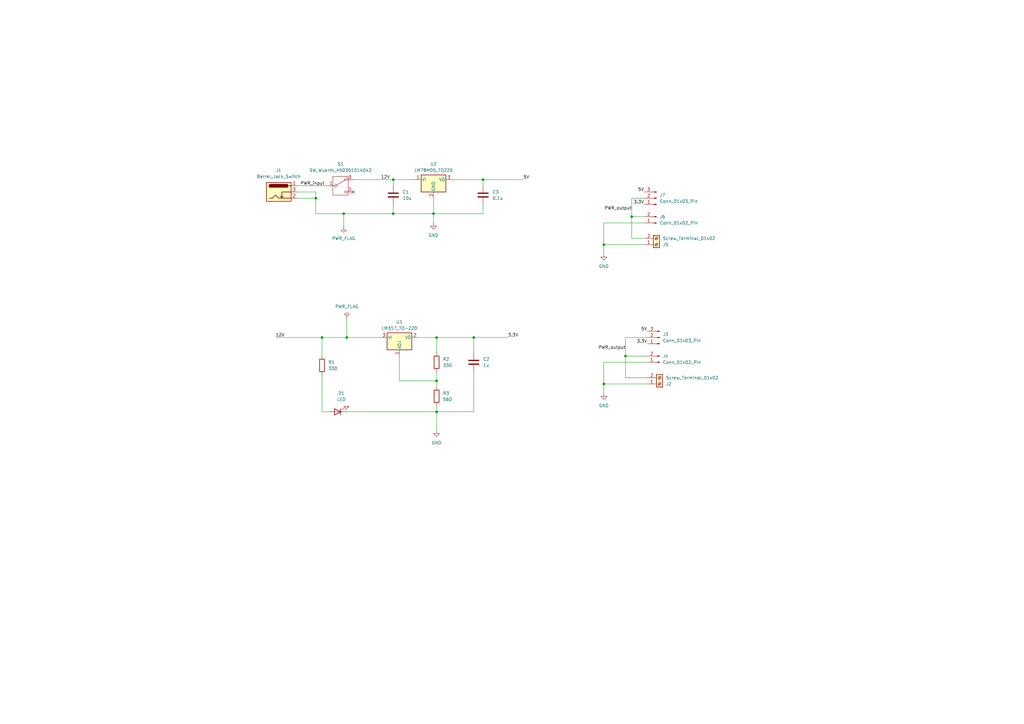
<source format=kicad_sch>
(kicad_sch
	(version 20250114)
	(generator "eeschema")
	(generator_version "9.0")
	(uuid "88b78c1b-18ec-4e24-847f-0fa80e947e23")
	(paper "A3")
	(lib_symbols
		(symbol "Connector:Barrel_Jack_Switch"
			(pin_names
				(hide yes)
			)
			(exclude_from_sim no)
			(in_bom yes)
			(on_board yes)
			(property "Reference" "J"
				(at 0 5.334 0)
				(effects
					(font
						(size 1.27 1.27)
					)
				)
			)
			(property "Value" "Barrel_Jack_Switch"
				(at 0 -5.08 0)
				(effects
					(font
						(size 1.27 1.27)
					)
				)
			)
			(property "Footprint" ""
				(at 1.27 -1.016 0)
				(effects
					(font
						(size 1.27 1.27)
					)
					(hide yes)
				)
			)
			(property "Datasheet" "~"
				(at 1.27 -1.016 0)
				(effects
					(font
						(size 1.27 1.27)
					)
					(hide yes)
				)
			)
			(property "Description" "DC Barrel Jack with an internal switch"
				(at 0 0 0)
				(effects
					(font
						(size 1.27 1.27)
					)
					(hide yes)
				)
			)
			(property "ki_keywords" "DC power barrel jack connector"
				(at 0 0 0)
				(effects
					(font
						(size 1.27 1.27)
					)
					(hide yes)
				)
			)
			(property "ki_fp_filters" "BarrelJack*"
				(at 0 0 0)
				(effects
					(font
						(size 1.27 1.27)
					)
					(hide yes)
				)
			)
			(symbol "Barrel_Jack_Switch_0_1"
				(rectangle
					(start -5.08 3.81)
					(end 5.08 -3.81)
					(stroke
						(width 0.254)
						(type default)
					)
					(fill
						(type background)
					)
				)
				(polyline
					(pts
						(xy -3.81 -2.54) (xy -2.54 -2.54) (xy -1.27 -1.27) (xy 0 -2.54) (xy 2.54 -2.54) (xy 5.08 -2.54)
					)
					(stroke
						(width 0.254)
						(type default)
					)
					(fill
						(type none)
					)
				)
				(arc
					(start -3.302 1.905)
					(mid -3.9343 2.54)
					(end -3.302 3.175)
					(stroke
						(width 0.254)
						(type default)
					)
					(fill
						(type none)
					)
				)
				(arc
					(start -3.302 1.905)
					(mid -3.9343 2.54)
					(end -3.302 3.175)
					(stroke
						(width 0.254)
						(type default)
					)
					(fill
						(type outline)
					)
				)
				(polyline
					(pts
						(xy 1.27 -2.286) (xy 1.905 -1.651)
					)
					(stroke
						(width 0.254)
						(type default)
					)
					(fill
						(type none)
					)
				)
				(rectangle
					(start 3.683 3.175)
					(end -3.302 1.905)
					(stroke
						(width 0.254)
						(type default)
					)
					(fill
						(type outline)
					)
				)
				(polyline
					(pts
						(xy 5.08 2.54) (xy 3.81 2.54)
					)
					(stroke
						(width 0.254)
						(type default)
					)
					(fill
						(type none)
					)
				)
				(polyline
					(pts
						(xy 5.08 0) (xy 1.27 0) (xy 1.27 -2.286) (xy 0.635 -1.651)
					)
					(stroke
						(width 0.254)
						(type default)
					)
					(fill
						(type none)
					)
				)
			)
			(symbol "Barrel_Jack_Switch_1_1"
				(pin passive line
					(at 7.62 2.54 180)
					(length 2.54)
					(name "~"
						(effects
							(font
								(size 1.27 1.27)
							)
						)
					)
					(number "1"
						(effects
							(font
								(size 1.27 1.27)
							)
						)
					)
				)
				(pin passive line
					(at 7.62 0 180)
					(length 2.54)
					(name "~"
						(effects
							(font
								(size 1.27 1.27)
							)
						)
					)
					(number "3"
						(effects
							(font
								(size 1.27 1.27)
							)
						)
					)
				)
				(pin passive line
					(at 7.62 -2.54 180)
					(length 2.54)
					(name "~"
						(effects
							(font
								(size 1.27 1.27)
							)
						)
					)
					(number "2"
						(effects
							(font
								(size 1.27 1.27)
							)
						)
					)
				)
			)
			(embedded_fonts no)
		)
		(symbol "Connector:Conn_01x02_Pin"
			(pin_names
				(offset 1.016)
				(hide yes)
			)
			(exclude_from_sim no)
			(in_bom yes)
			(on_board yes)
			(property "Reference" "J"
				(at 0 2.54 0)
				(effects
					(font
						(size 1.27 1.27)
					)
				)
			)
			(property "Value" "Conn_01x02_Pin"
				(at 0 -5.08 0)
				(effects
					(font
						(size 1.27 1.27)
					)
				)
			)
			(property "Footprint" ""
				(at 0 0 0)
				(effects
					(font
						(size 1.27 1.27)
					)
					(hide yes)
				)
			)
			(property "Datasheet" "~"
				(at 0 0 0)
				(effects
					(font
						(size 1.27 1.27)
					)
					(hide yes)
				)
			)
			(property "Description" "Generic connector, single row, 01x02, script generated"
				(at 0 0 0)
				(effects
					(font
						(size 1.27 1.27)
					)
					(hide yes)
				)
			)
			(property "ki_locked" ""
				(at 0 0 0)
				(effects
					(font
						(size 1.27 1.27)
					)
				)
			)
			(property "ki_keywords" "connector"
				(at 0 0 0)
				(effects
					(font
						(size 1.27 1.27)
					)
					(hide yes)
				)
			)
			(property "ki_fp_filters" "Connector*:*_1x??_*"
				(at 0 0 0)
				(effects
					(font
						(size 1.27 1.27)
					)
					(hide yes)
				)
			)
			(symbol "Conn_01x02_Pin_1_1"
				(rectangle
					(start 0.8636 0.127)
					(end 0 -0.127)
					(stroke
						(width 0.1524)
						(type default)
					)
					(fill
						(type outline)
					)
				)
				(rectangle
					(start 0.8636 -2.413)
					(end 0 -2.667)
					(stroke
						(width 0.1524)
						(type default)
					)
					(fill
						(type outline)
					)
				)
				(polyline
					(pts
						(xy 1.27 0) (xy 0.8636 0)
					)
					(stroke
						(width 0.1524)
						(type default)
					)
					(fill
						(type none)
					)
				)
				(polyline
					(pts
						(xy 1.27 -2.54) (xy 0.8636 -2.54)
					)
					(stroke
						(width 0.1524)
						(type default)
					)
					(fill
						(type none)
					)
				)
				(pin passive line
					(at 5.08 0 180)
					(length 3.81)
					(name "Pin_1"
						(effects
							(font
								(size 1.27 1.27)
							)
						)
					)
					(number "1"
						(effects
							(font
								(size 1.27 1.27)
							)
						)
					)
				)
				(pin passive line
					(at 5.08 -2.54 180)
					(length 3.81)
					(name "Pin_2"
						(effects
							(font
								(size 1.27 1.27)
							)
						)
					)
					(number "2"
						(effects
							(font
								(size 1.27 1.27)
							)
						)
					)
				)
			)
			(embedded_fonts no)
		)
		(symbol "Connector:Conn_01x03_Pin"
			(pin_names
				(offset 1.016)
				(hide yes)
			)
			(exclude_from_sim no)
			(in_bom yes)
			(on_board yes)
			(property "Reference" "J"
				(at 0 5.08 0)
				(effects
					(font
						(size 1.27 1.27)
					)
				)
			)
			(property "Value" "Conn_01x03_Pin"
				(at 0 -5.08 0)
				(effects
					(font
						(size 1.27 1.27)
					)
				)
			)
			(property "Footprint" ""
				(at 0 0 0)
				(effects
					(font
						(size 1.27 1.27)
					)
					(hide yes)
				)
			)
			(property "Datasheet" "~"
				(at 0 0 0)
				(effects
					(font
						(size 1.27 1.27)
					)
					(hide yes)
				)
			)
			(property "Description" "Generic connector, single row, 01x03, script generated"
				(at 0 0 0)
				(effects
					(font
						(size 1.27 1.27)
					)
					(hide yes)
				)
			)
			(property "ki_locked" ""
				(at 0 0 0)
				(effects
					(font
						(size 1.27 1.27)
					)
				)
			)
			(property "ki_keywords" "connector"
				(at 0 0 0)
				(effects
					(font
						(size 1.27 1.27)
					)
					(hide yes)
				)
			)
			(property "ki_fp_filters" "Connector*:*_1x??_*"
				(at 0 0 0)
				(effects
					(font
						(size 1.27 1.27)
					)
					(hide yes)
				)
			)
			(symbol "Conn_01x03_Pin_1_1"
				(rectangle
					(start 0.8636 2.667)
					(end 0 2.413)
					(stroke
						(width 0.1524)
						(type default)
					)
					(fill
						(type outline)
					)
				)
				(rectangle
					(start 0.8636 0.127)
					(end 0 -0.127)
					(stroke
						(width 0.1524)
						(type default)
					)
					(fill
						(type outline)
					)
				)
				(rectangle
					(start 0.8636 -2.413)
					(end 0 -2.667)
					(stroke
						(width 0.1524)
						(type default)
					)
					(fill
						(type outline)
					)
				)
				(polyline
					(pts
						(xy 1.27 2.54) (xy 0.8636 2.54)
					)
					(stroke
						(width 0.1524)
						(type default)
					)
					(fill
						(type none)
					)
				)
				(polyline
					(pts
						(xy 1.27 0) (xy 0.8636 0)
					)
					(stroke
						(width 0.1524)
						(type default)
					)
					(fill
						(type none)
					)
				)
				(polyline
					(pts
						(xy 1.27 -2.54) (xy 0.8636 -2.54)
					)
					(stroke
						(width 0.1524)
						(type default)
					)
					(fill
						(type none)
					)
				)
				(pin passive line
					(at 5.08 2.54 180)
					(length 3.81)
					(name "Pin_1"
						(effects
							(font
								(size 1.27 1.27)
							)
						)
					)
					(number "1"
						(effects
							(font
								(size 1.27 1.27)
							)
						)
					)
				)
				(pin passive line
					(at 5.08 0 180)
					(length 3.81)
					(name "Pin_2"
						(effects
							(font
								(size 1.27 1.27)
							)
						)
					)
					(number "2"
						(effects
							(font
								(size 1.27 1.27)
							)
						)
					)
				)
				(pin passive line
					(at 5.08 -2.54 180)
					(length 3.81)
					(name "Pin_3"
						(effects
							(font
								(size 1.27 1.27)
							)
						)
					)
					(number "3"
						(effects
							(font
								(size 1.27 1.27)
							)
						)
					)
				)
			)
			(embedded_fonts no)
		)
		(symbol "Connector:Screw_Terminal_01x02"
			(pin_names
				(offset 1.016)
				(hide yes)
			)
			(exclude_from_sim no)
			(in_bom yes)
			(on_board yes)
			(property "Reference" "J"
				(at 0 2.54 0)
				(effects
					(font
						(size 1.27 1.27)
					)
				)
			)
			(property "Value" "Screw_Terminal_01x02"
				(at 0 -5.08 0)
				(effects
					(font
						(size 1.27 1.27)
					)
				)
			)
			(property "Footprint" ""
				(at 0 0 0)
				(effects
					(font
						(size 1.27 1.27)
					)
					(hide yes)
				)
			)
			(property "Datasheet" "~"
				(at 0 0 0)
				(effects
					(font
						(size 1.27 1.27)
					)
					(hide yes)
				)
			)
			(property "Description" "Generic screw terminal, single row, 01x02, script generated (kicad-library-utils/schlib/autogen/connector/)"
				(at 0 0 0)
				(effects
					(font
						(size 1.27 1.27)
					)
					(hide yes)
				)
			)
			(property "ki_keywords" "screw terminal"
				(at 0 0 0)
				(effects
					(font
						(size 1.27 1.27)
					)
					(hide yes)
				)
			)
			(property "ki_fp_filters" "TerminalBlock*:*"
				(at 0 0 0)
				(effects
					(font
						(size 1.27 1.27)
					)
					(hide yes)
				)
			)
			(symbol "Screw_Terminal_01x02_1_1"
				(rectangle
					(start -1.27 1.27)
					(end 1.27 -3.81)
					(stroke
						(width 0.254)
						(type default)
					)
					(fill
						(type background)
					)
				)
				(polyline
					(pts
						(xy -0.5334 0.3302) (xy 0.3302 -0.508)
					)
					(stroke
						(width 0.1524)
						(type default)
					)
					(fill
						(type none)
					)
				)
				(polyline
					(pts
						(xy -0.5334 -2.2098) (xy 0.3302 -3.048)
					)
					(stroke
						(width 0.1524)
						(type default)
					)
					(fill
						(type none)
					)
				)
				(polyline
					(pts
						(xy -0.3556 0.508) (xy 0.508 -0.3302)
					)
					(stroke
						(width 0.1524)
						(type default)
					)
					(fill
						(type none)
					)
				)
				(polyline
					(pts
						(xy -0.3556 -2.032) (xy 0.508 -2.8702)
					)
					(stroke
						(width 0.1524)
						(type default)
					)
					(fill
						(type none)
					)
				)
				(circle
					(center 0 0)
					(radius 0.635)
					(stroke
						(width 0.1524)
						(type default)
					)
					(fill
						(type none)
					)
				)
				(circle
					(center 0 -2.54)
					(radius 0.635)
					(stroke
						(width 0.1524)
						(type default)
					)
					(fill
						(type none)
					)
				)
				(pin passive line
					(at -5.08 0 0)
					(length 3.81)
					(name "Pin_1"
						(effects
							(font
								(size 1.27 1.27)
							)
						)
					)
					(number "1"
						(effects
							(font
								(size 1.27 1.27)
							)
						)
					)
				)
				(pin passive line
					(at -5.08 -2.54 0)
					(length 3.81)
					(name "Pin_2"
						(effects
							(font
								(size 1.27 1.27)
							)
						)
					)
					(number "2"
						(effects
							(font
								(size 1.27 1.27)
							)
						)
					)
				)
			)
			(embedded_fonts no)
		)
		(symbol "Device:C"
			(pin_numbers
				(hide yes)
			)
			(pin_names
				(offset 0.254)
			)
			(exclude_from_sim no)
			(in_bom yes)
			(on_board yes)
			(property "Reference" "C"
				(at 0.635 2.54 0)
				(effects
					(font
						(size 1.27 1.27)
					)
					(justify left)
				)
			)
			(property "Value" "C"
				(at 0.635 -2.54 0)
				(effects
					(font
						(size 1.27 1.27)
					)
					(justify left)
				)
			)
			(property "Footprint" ""
				(at 0.9652 -3.81 0)
				(effects
					(font
						(size 1.27 1.27)
					)
					(hide yes)
				)
			)
			(property "Datasheet" "~"
				(at 0 0 0)
				(effects
					(font
						(size 1.27 1.27)
					)
					(hide yes)
				)
			)
			(property "Description" "Unpolarized capacitor"
				(at 0 0 0)
				(effects
					(font
						(size 1.27 1.27)
					)
					(hide yes)
				)
			)
			(property "ki_keywords" "cap capacitor"
				(at 0 0 0)
				(effects
					(font
						(size 1.27 1.27)
					)
					(hide yes)
				)
			)
			(property "ki_fp_filters" "C_*"
				(at 0 0 0)
				(effects
					(font
						(size 1.27 1.27)
					)
					(hide yes)
				)
			)
			(symbol "C_0_1"
				(polyline
					(pts
						(xy -2.032 0.762) (xy 2.032 0.762)
					)
					(stroke
						(width 0.508)
						(type default)
					)
					(fill
						(type none)
					)
				)
				(polyline
					(pts
						(xy -2.032 -0.762) (xy 2.032 -0.762)
					)
					(stroke
						(width 0.508)
						(type default)
					)
					(fill
						(type none)
					)
				)
			)
			(symbol "C_1_1"
				(pin passive line
					(at 0 3.81 270)
					(length 2.794)
					(name "~"
						(effects
							(font
								(size 1.27 1.27)
							)
						)
					)
					(number "1"
						(effects
							(font
								(size 1.27 1.27)
							)
						)
					)
				)
				(pin passive line
					(at 0 -3.81 90)
					(length 2.794)
					(name "~"
						(effects
							(font
								(size 1.27 1.27)
							)
						)
					)
					(number "2"
						(effects
							(font
								(size 1.27 1.27)
							)
						)
					)
				)
			)
			(embedded_fonts no)
		)
		(symbol "Device:LED"
			(pin_numbers
				(hide yes)
			)
			(pin_names
				(offset 1.016)
				(hide yes)
			)
			(exclude_from_sim no)
			(in_bom yes)
			(on_board yes)
			(property "Reference" "D"
				(at 0 2.54 0)
				(effects
					(font
						(size 1.27 1.27)
					)
				)
			)
			(property "Value" "LED"
				(at 0 -2.54 0)
				(effects
					(font
						(size 1.27 1.27)
					)
				)
			)
			(property "Footprint" ""
				(at 0 0 0)
				(effects
					(font
						(size 1.27 1.27)
					)
					(hide yes)
				)
			)
			(property "Datasheet" "~"
				(at 0 0 0)
				(effects
					(font
						(size 1.27 1.27)
					)
					(hide yes)
				)
			)
			(property "Description" "Light emitting diode"
				(at 0 0 0)
				(effects
					(font
						(size 1.27 1.27)
					)
					(hide yes)
				)
			)
			(property "Sim.Pins" "1=K 2=A"
				(at 0 0 0)
				(effects
					(font
						(size 1.27 1.27)
					)
					(hide yes)
				)
			)
			(property "ki_keywords" "LED diode"
				(at 0 0 0)
				(effects
					(font
						(size 1.27 1.27)
					)
					(hide yes)
				)
			)
			(property "ki_fp_filters" "LED* LED_SMD:* LED_THT:*"
				(at 0 0 0)
				(effects
					(font
						(size 1.27 1.27)
					)
					(hide yes)
				)
			)
			(symbol "LED_0_1"
				(polyline
					(pts
						(xy -3.048 -0.762) (xy -4.572 -2.286) (xy -3.81 -2.286) (xy -4.572 -2.286) (xy -4.572 -1.524)
					)
					(stroke
						(width 0)
						(type default)
					)
					(fill
						(type none)
					)
				)
				(polyline
					(pts
						(xy -1.778 -0.762) (xy -3.302 -2.286) (xy -2.54 -2.286) (xy -3.302 -2.286) (xy -3.302 -1.524)
					)
					(stroke
						(width 0)
						(type default)
					)
					(fill
						(type none)
					)
				)
				(polyline
					(pts
						(xy -1.27 0) (xy 1.27 0)
					)
					(stroke
						(width 0)
						(type default)
					)
					(fill
						(type none)
					)
				)
				(polyline
					(pts
						(xy -1.27 -1.27) (xy -1.27 1.27)
					)
					(stroke
						(width 0.254)
						(type default)
					)
					(fill
						(type none)
					)
				)
				(polyline
					(pts
						(xy 1.27 -1.27) (xy 1.27 1.27) (xy -1.27 0) (xy 1.27 -1.27)
					)
					(stroke
						(width 0.254)
						(type default)
					)
					(fill
						(type none)
					)
				)
			)
			(symbol "LED_1_1"
				(pin passive line
					(at -3.81 0 0)
					(length 2.54)
					(name "K"
						(effects
							(font
								(size 1.27 1.27)
							)
						)
					)
					(number "1"
						(effects
							(font
								(size 1.27 1.27)
							)
						)
					)
				)
				(pin passive line
					(at 3.81 0 180)
					(length 2.54)
					(name "A"
						(effects
							(font
								(size 1.27 1.27)
							)
						)
					)
					(number "2"
						(effects
							(font
								(size 1.27 1.27)
							)
						)
					)
				)
			)
			(embedded_fonts no)
		)
		(symbol "Device:R"
			(pin_numbers
				(hide yes)
			)
			(pin_names
				(offset 0)
			)
			(exclude_from_sim no)
			(in_bom yes)
			(on_board yes)
			(property "Reference" "R"
				(at 2.032 0 90)
				(effects
					(font
						(size 1.27 1.27)
					)
				)
			)
			(property "Value" "R"
				(at 0 0 90)
				(effects
					(font
						(size 1.27 1.27)
					)
				)
			)
			(property "Footprint" ""
				(at -1.778 0 90)
				(effects
					(font
						(size 1.27 1.27)
					)
					(hide yes)
				)
			)
			(property "Datasheet" "~"
				(at 0 0 0)
				(effects
					(font
						(size 1.27 1.27)
					)
					(hide yes)
				)
			)
			(property "Description" "Resistor"
				(at 0 0 0)
				(effects
					(font
						(size 1.27 1.27)
					)
					(hide yes)
				)
			)
			(property "ki_keywords" "R res resistor"
				(at 0 0 0)
				(effects
					(font
						(size 1.27 1.27)
					)
					(hide yes)
				)
			)
			(property "ki_fp_filters" "R_*"
				(at 0 0 0)
				(effects
					(font
						(size 1.27 1.27)
					)
					(hide yes)
				)
			)
			(symbol "R_0_1"
				(rectangle
					(start -1.016 -2.54)
					(end 1.016 2.54)
					(stroke
						(width 0.254)
						(type default)
					)
					(fill
						(type none)
					)
				)
			)
			(symbol "R_1_1"
				(pin passive line
					(at 0 3.81 270)
					(length 1.27)
					(name "~"
						(effects
							(font
								(size 1.27 1.27)
							)
						)
					)
					(number "1"
						(effects
							(font
								(size 1.27 1.27)
							)
						)
					)
				)
				(pin passive line
					(at 0 -3.81 90)
					(length 1.27)
					(name "~"
						(effects
							(font
								(size 1.27 1.27)
							)
						)
					)
					(number "2"
						(effects
							(font
								(size 1.27 1.27)
							)
						)
					)
				)
			)
			(embedded_fonts no)
		)
		(symbol "Regulator_Linear:LM317_TO-220"
			(pin_names
				(offset 0.254)
			)
			(exclude_from_sim no)
			(in_bom yes)
			(on_board yes)
			(property "Reference" "U"
				(at -3.81 3.175 0)
				(effects
					(font
						(size 1.27 1.27)
					)
				)
			)
			(property "Value" "LM317_TO-220"
				(at 0 3.175 0)
				(effects
					(font
						(size 1.27 1.27)
					)
					(justify left)
				)
			)
			(property "Footprint" "Package_TO_SOT_THT:TO-220-3_Vertical"
				(at 0 6.35 0)
				(effects
					(font
						(size 1.27 1.27)
						(italic yes)
					)
					(hide yes)
				)
			)
			(property "Datasheet" "http://www.ti.com/lit/ds/symlink/lm317.pdf"
				(at 0 0 0)
				(effects
					(font
						(size 1.27 1.27)
					)
					(hide yes)
				)
			)
			(property "Description" "1.5A 35V Adjustable Linear Regulator, TO-220"
				(at 0 0 0)
				(effects
					(font
						(size 1.27 1.27)
					)
					(hide yes)
				)
			)
			(property "ki_keywords" "Adjustable Voltage Regulator 1A Positive"
				(at 0 0 0)
				(effects
					(font
						(size 1.27 1.27)
					)
					(hide yes)
				)
			)
			(property "ki_fp_filters" "TO?220*"
				(at 0 0 0)
				(effects
					(font
						(size 1.27 1.27)
					)
					(hide yes)
				)
			)
			(symbol "LM317_TO-220_0_1"
				(rectangle
					(start -5.08 1.905)
					(end 5.08 -5.08)
					(stroke
						(width 0.254)
						(type default)
					)
					(fill
						(type background)
					)
				)
			)
			(symbol "LM317_TO-220_1_1"
				(pin power_in line
					(at -7.62 0 0)
					(length 2.54)
					(name "VI"
						(effects
							(font
								(size 1.27 1.27)
							)
						)
					)
					(number "3"
						(effects
							(font
								(size 1.27 1.27)
							)
						)
					)
				)
				(pin input line
					(at 0 -7.62 90)
					(length 2.54)
					(name "ADJ"
						(effects
							(font
								(size 1.27 1.27)
							)
						)
					)
					(number "1"
						(effects
							(font
								(size 1.27 1.27)
							)
						)
					)
				)
				(pin power_out line
					(at 7.62 0 180)
					(length 2.54)
					(name "VO"
						(effects
							(font
								(size 1.27 1.27)
							)
						)
					)
					(number "2"
						(effects
							(font
								(size 1.27 1.27)
							)
						)
					)
				)
			)
			(embedded_fonts no)
		)
		(symbol "Regulator_Linear:LM78M05_TO220"
			(pin_names
				(offset 0.254)
			)
			(exclude_from_sim no)
			(in_bom yes)
			(on_board yes)
			(property "Reference" "U"
				(at -3.81 3.175 0)
				(effects
					(font
						(size 1.27 1.27)
					)
				)
			)
			(property "Value" "LM78M05_TO220"
				(at 0 3.175 0)
				(effects
					(font
						(size 1.27 1.27)
					)
					(justify left)
				)
			)
			(property "Footprint" "Package_TO_SOT_THT:TO-220-3_Vertical"
				(at 0 5.715 0)
				(effects
					(font
						(size 1.27 1.27)
						(italic yes)
					)
					(hide yes)
				)
			)
			(property "Datasheet" "https://www.onsemi.com/pub/Collateral/MC78M00-D.PDF"
				(at 0 -1.27 0)
				(effects
					(font
						(size 1.27 1.27)
					)
					(hide yes)
				)
			)
			(property "Description" "Positive 500mA 35V Linear Regulator, Fixed Output 5V, TO-220"
				(at 0 0 0)
				(effects
					(font
						(size 1.27 1.27)
					)
					(hide yes)
				)
			)
			(property "ki_keywords" "Voltage Regulator 500mA Positive"
				(at 0 0 0)
				(effects
					(font
						(size 1.27 1.27)
					)
					(hide yes)
				)
			)
			(property "ki_fp_filters" "TO?220*"
				(at 0 0 0)
				(effects
					(font
						(size 1.27 1.27)
					)
					(hide yes)
				)
			)
			(symbol "LM78M05_TO220_0_1"
				(rectangle
					(start -5.08 1.905)
					(end 5.08 -5.08)
					(stroke
						(width 0.254)
						(type default)
					)
					(fill
						(type background)
					)
				)
			)
			(symbol "LM78M05_TO220_1_1"
				(pin power_in line
					(at -7.62 0 0)
					(length 2.54)
					(name "VI"
						(effects
							(font
								(size 1.27 1.27)
							)
						)
					)
					(number "1"
						(effects
							(font
								(size 1.27 1.27)
							)
						)
					)
				)
				(pin power_in line
					(at 0 -7.62 90)
					(length 2.54)
					(name "GND"
						(effects
							(font
								(size 1.27 1.27)
							)
						)
					)
					(number "2"
						(effects
							(font
								(size 1.27 1.27)
							)
						)
					)
				)
				(pin power_out line
					(at 7.62 0 180)
					(length 2.54)
					(name "VO"
						(effects
							(font
								(size 1.27 1.27)
							)
						)
					)
					(number "3"
						(effects
							(font
								(size 1.27 1.27)
							)
						)
					)
				)
			)
			(embedded_fonts no)
		)
		(symbol "Switch:SW_Wuerth_450301014042"
			(pin_names
				(offset 1)
				(hide yes)
			)
			(exclude_from_sim no)
			(in_bom yes)
			(on_board yes)
			(property "Reference" "S1"
				(at 0 8.89 0)
				(effects
					(font
						(size 1.27 1.27)
					)
				)
			)
			(property "Value" "SW_Wuerth_450301014042"
				(at 0 6.35 0)
				(effects
					(font
						(size 1.27 1.27)
					)
				)
			)
			(property "Footprint" "Button_Switch_THT:SW_Slide-03_Wuerth-WS-SLTV_10x2.5x6.4_P2.54mm"
				(at 0 -10.16 0)
				(effects
					(font
						(size 1.27 1.27)
					)
					(hide yes)
				)
			)
			(property "Datasheet" "https://www.we-online.com/components/products/datasheet/450301014042.pdf"
				(at 0 -7.62 0)
				(effects
					(font
						(size 1.27 1.27)
					)
					(hide yes)
				)
			)
			(property "Description" "Switch slide, single pole double throw"
				(at 0 0 0)
				(effects
					(font
						(size 1.27 1.27)
					)
					(hide yes)
				)
			)
			(property "ki_keywords" "changeover single-pole opposite-side-connection double-throw spdt ON-ON"
				(at 0 0 0)
				(effects
					(font
						(size 1.27 1.27)
					)
					(hide yes)
				)
			)
			(property "ki_fp_filters" "SW*Wuerth*WS*SLTV*10x2.5x6.4*P2.54mm*"
				(at 0 0 0)
				(effects
					(font
						(size 1.27 1.27)
					)
					(hide yes)
				)
			)
			(symbol "SW_Wuerth_450301014042_0_1"
				(circle
					(center -2.032 0)
					(radius 0.4572)
					(stroke
						(width 0)
						(type default)
					)
					(fill
						(type none)
					)
				)
				(polyline
					(pts
						(xy -1.651 0.254) (xy 1.651 2.286)
					)
					(stroke
						(width 0)
						(type default)
					)
					(fill
						(type none)
					)
				)
				(circle
					(center 2.032 2.54)
					(radius 0.4572)
					(stroke
						(width 0)
						(type default)
					)
					(fill
						(type none)
					)
				)
				(circle
					(center 2.032 -2.54)
					(radius 0.4572)
					(stroke
						(width 0)
						(type default)
					)
					(fill
						(type none)
					)
				)
			)
			(symbol "SW_Wuerth_450301014042_1_1"
				(rectangle
					(start -3.175 3.81)
					(end 3.175 -3.81)
					(stroke
						(width 0)
						(type solid)
					)
					(fill
						(type none)
					)
				)
				(pin passive line
					(at -5.08 0 0)
					(length 2.54)
					(name "B"
						(effects
							(font
								(size 1.27 1.27)
							)
						)
					)
					(number "1"
						(effects
							(font
								(size 1.27 1.27)
							)
						)
					)
				)
				(pin passive line
					(at 5.08 2.54 180)
					(length 2.54)
					(name "A"
						(effects
							(font
								(size 1.27 1.27)
							)
						)
					)
					(number "3"
						(effects
							(font
								(size 1.27 1.27)
							)
						)
					)
				)
				(pin passive line
					(at 5.08 -2.54 180)
					(length 2.54)
					(name "C"
						(effects
							(font
								(size 1.27 1.27)
							)
						)
					)
					(number "2"
						(effects
							(font
								(size 1.27 1.27)
							)
						)
					)
				)
			)
			(embedded_fonts no)
		)
		(symbol "power:GND"
			(power)
			(pin_numbers
				(hide yes)
			)
			(pin_names
				(offset 0)
				(hide yes)
			)
			(exclude_from_sim no)
			(in_bom yes)
			(on_board yes)
			(property "Reference" "#PWR"
				(at 0 -6.35 0)
				(effects
					(font
						(size 1.27 1.27)
					)
					(hide yes)
				)
			)
			(property "Value" "GND"
				(at 0 -3.81 0)
				(effects
					(font
						(size 1.27 1.27)
					)
				)
			)
			(property "Footprint" ""
				(at 0 0 0)
				(effects
					(font
						(size 1.27 1.27)
					)
					(hide yes)
				)
			)
			(property "Datasheet" ""
				(at 0 0 0)
				(effects
					(font
						(size 1.27 1.27)
					)
					(hide yes)
				)
			)
			(property "Description" "Power symbol creates a global label with name \"GND\" , ground"
				(at 0 0 0)
				(effects
					(font
						(size 1.27 1.27)
					)
					(hide yes)
				)
			)
			(property "ki_keywords" "global power"
				(at 0 0 0)
				(effects
					(font
						(size 1.27 1.27)
					)
					(hide yes)
				)
			)
			(symbol "GND_0_1"
				(polyline
					(pts
						(xy 0 0) (xy 0 -1.27) (xy 1.27 -1.27) (xy 0 -2.54) (xy -1.27 -1.27) (xy 0 -1.27)
					)
					(stroke
						(width 0)
						(type default)
					)
					(fill
						(type none)
					)
				)
			)
			(symbol "GND_1_1"
				(pin power_in line
					(at 0 0 270)
					(length 0)
					(name "~"
						(effects
							(font
								(size 1.27 1.27)
							)
						)
					)
					(number "1"
						(effects
							(font
								(size 1.27 1.27)
							)
						)
					)
				)
			)
			(embedded_fonts no)
		)
		(symbol "power:PWR_FLAG"
			(power)
			(pin_numbers
				(hide yes)
			)
			(pin_names
				(offset 0)
				(hide yes)
			)
			(exclude_from_sim no)
			(in_bom yes)
			(on_board yes)
			(property "Reference" "#FLG"
				(at 0 1.905 0)
				(effects
					(font
						(size 1.27 1.27)
					)
					(hide yes)
				)
			)
			(property "Value" "PWR_FLAG"
				(at 0 3.81 0)
				(effects
					(font
						(size 1.27 1.27)
					)
				)
			)
			(property "Footprint" ""
				(at 0 0 0)
				(effects
					(font
						(size 1.27 1.27)
					)
					(hide yes)
				)
			)
			(property "Datasheet" "~"
				(at 0 0 0)
				(effects
					(font
						(size 1.27 1.27)
					)
					(hide yes)
				)
			)
			(property "Description" "Special symbol for telling ERC where power comes from"
				(at 0 0 0)
				(effects
					(font
						(size 1.27 1.27)
					)
					(hide yes)
				)
			)
			(property "ki_keywords" "flag power"
				(at 0 0 0)
				(effects
					(font
						(size 1.27 1.27)
					)
					(hide yes)
				)
			)
			(symbol "PWR_FLAG_0_0"
				(pin power_out line
					(at 0 0 90)
					(length 0)
					(name "~"
						(effects
							(font
								(size 1.27 1.27)
							)
						)
					)
					(number "1"
						(effects
							(font
								(size 1.27 1.27)
							)
						)
					)
				)
			)
			(symbol "PWR_FLAG_0_1"
				(polyline
					(pts
						(xy 0 0) (xy 0 1.27) (xy -1.016 1.905) (xy 0 2.54) (xy 1.016 1.905) (xy 0 1.27)
					)
					(stroke
						(width 0)
						(type default)
					)
					(fill
						(type none)
					)
				)
			)
			(embedded_fonts no)
		)
	)
	(junction
		(at 259.08 88.9)
		(diameter 0)
		(color 0 0 0 0)
		(uuid "01597d8a-ab21-4f95-aa1e-5ae7ccc97e08")
	)
	(junction
		(at 247.65 157.48)
		(diameter 0)
		(color 0 0 0 0)
		(uuid "08e97fd3-4154-49ed-b065-404706c6fea3")
	)
	(junction
		(at 179.07 168.91)
		(diameter 0)
		(color 0 0 0 0)
		(uuid "13b9c6b7-2cd2-492e-8947-908ff6f5d75f")
	)
	(junction
		(at 179.07 138.43)
		(diameter 0)
		(color 0 0 0 0)
		(uuid "1f1fc868-b0ca-45f4-a80c-c7d42df03b1e")
	)
	(junction
		(at 161.29 73.66)
		(diameter 0)
		(color 0 0 0 0)
		(uuid "47fac070-f7c3-4b06-9e86-ce4112aab041")
	)
	(junction
		(at 132.08 138.43)
		(diameter 0)
		(color 0 0 0 0)
		(uuid "556b50db-cfb8-4854-8309-f7540adc2ee0")
	)
	(junction
		(at 161.29 87.63)
		(diameter 0)
		(color 0 0 0 0)
		(uuid "5f1a372a-1e2f-47d8-8136-ce386e1b7020")
	)
	(junction
		(at 177.8 87.63)
		(diameter 0)
		(color 0 0 0 0)
		(uuid "6ceacae8-2850-4382-81fd-4f8c99630800")
	)
	(junction
		(at 140.97 87.63)
		(diameter 0)
		(color 0 0 0 0)
		(uuid "75b3f88e-1c52-4f2a-b4bd-e5a242233180")
	)
	(junction
		(at 198.12 73.66)
		(diameter 0)
		(color 0 0 0 0)
		(uuid "9e9d71dd-32d3-4123-99ad-b7af4413fa77")
	)
	(junction
		(at 194.31 138.43)
		(diameter 0)
		(color 0 0 0 0)
		(uuid "b06bf552-cec7-4b60-86f9-4a092738c2bf")
	)
	(junction
		(at 129.54 81.28)
		(diameter 0)
		(color 0 0 0 0)
		(uuid "d39dd062-13e1-43bb-b8a7-d5c05c907667")
	)
	(junction
		(at 179.07 156.21)
		(diameter 0)
		(color 0 0 0 0)
		(uuid "dc6b9a7e-7d69-4cb0-9e5c-fa0ec2741764")
	)
	(junction
		(at 142.24 138.43)
		(diameter 0)
		(color 0 0 0 0)
		(uuid "e3bb27fd-f5a9-4ad8-9ae2-76d7dead70a0")
	)
	(junction
		(at 247.65 100.33)
		(diameter 0)
		(color 0 0 0 0)
		(uuid "e95193b5-3cee-45b8-8314-c49e3c5eede9")
	)
	(junction
		(at 256.54 146.05)
		(diameter 0)
		(color 0 0 0 0)
		(uuid "fafb8242-ac91-449e-893e-35a24b14e00f")
	)
	(no_connect
		(at 144.78 78.74)
		(uuid "78c51855-7113-458d-a655-7b95a1b77434")
	)
	(wire
		(pts
			(xy 259.08 97.79) (xy 264.16 97.79)
		)
		(stroke
			(width 0)
			(type default)
		)
		(uuid "00c04282-f37e-4f1f-9a0b-133d702b2a84")
	)
	(wire
		(pts
			(xy 265.43 138.43) (xy 256.54 138.43)
		)
		(stroke
			(width 0)
			(type default)
		)
		(uuid "01b11d52-c406-4868-9e43-d8fc7a277560")
	)
	(wire
		(pts
			(xy 161.29 73.66) (xy 161.29 76.2)
		)
		(stroke
			(width 0)
			(type default)
		)
		(uuid "01c5c7d4-8bed-4328-abe7-cd5c223a846b")
	)
	(wire
		(pts
			(xy 247.65 100.33) (xy 247.65 104.14)
		)
		(stroke
			(width 0)
			(type default)
		)
		(uuid "02884aa9-52de-4717-91b8-19821e3e3113")
	)
	(wire
		(pts
			(xy 129.54 81.28) (xy 129.54 87.63)
		)
		(stroke
			(width 0)
			(type default)
		)
		(uuid "0dac4c8e-4b25-47cb-b8fb-c442c9c8cc63")
	)
	(wire
		(pts
			(xy 256.54 154.94) (xy 265.43 154.94)
		)
		(stroke
			(width 0)
			(type default)
		)
		(uuid "1e4c9907-3130-4cfe-ba3f-fb41cb241747")
	)
	(wire
		(pts
			(xy 264.16 91.44) (xy 247.65 91.44)
		)
		(stroke
			(width 0)
			(type default)
		)
		(uuid "20c97bed-68dd-47f5-988a-38c6c6ecd860")
	)
	(wire
		(pts
			(xy 163.83 146.05) (xy 163.83 156.21)
		)
		(stroke
			(width 0)
			(type default)
		)
		(uuid "247ad983-6a76-4d8c-afb6-3f95bedceead")
	)
	(wire
		(pts
			(xy 177.8 81.28) (xy 177.8 87.63)
		)
		(stroke
			(width 0)
			(type default)
		)
		(uuid "259e6f1d-e0b6-41c1-9d04-34ea951178ab")
	)
	(wire
		(pts
			(xy 194.31 138.43) (xy 194.31 144.78)
		)
		(stroke
			(width 0)
			(type default)
		)
		(uuid "26beee6d-f9bc-4754-aab6-816ea5ac412e")
	)
	(wire
		(pts
			(xy 264.16 100.33) (xy 247.65 100.33)
		)
		(stroke
			(width 0)
			(type default)
		)
		(uuid "31c5ad1b-5914-4aba-84f3-3ae552b7240b")
	)
	(wire
		(pts
			(xy 247.65 91.44) (xy 247.65 100.33)
		)
		(stroke
			(width 0)
			(type default)
		)
		(uuid "31f593d4-8b81-4b9e-a3d3-5400b6a7fea7")
	)
	(wire
		(pts
			(xy 177.8 87.63) (xy 177.8 91.44)
		)
		(stroke
			(width 0)
			(type default)
		)
		(uuid "3b518506-e8cd-41e0-8cb1-9c1b4dbd8fa4")
	)
	(wire
		(pts
			(xy 185.42 73.66) (xy 198.12 73.66)
		)
		(stroke
			(width 0)
			(type default)
		)
		(uuid "3dead139-24e7-49d0-9703-98358c849e45")
	)
	(wire
		(pts
			(xy 247.65 157.48) (xy 265.43 157.48)
		)
		(stroke
			(width 0)
			(type default)
		)
		(uuid "45b295f4-8c35-4f4c-9ad5-33592adae2d5")
	)
	(wire
		(pts
			(xy 194.31 168.91) (xy 179.07 168.91)
		)
		(stroke
			(width 0)
			(type default)
		)
		(uuid "4b4a6209-0cd4-44e6-837a-e54ad7200fe5")
	)
	(wire
		(pts
			(xy 265.43 148.59) (xy 247.65 148.59)
		)
		(stroke
			(width 0)
			(type default)
		)
		(uuid "5dda534b-4a25-4ee1-8efc-02e9251e7bbe")
	)
	(wire
		(pts
			(xy 144.78 73.66) (xy 161.29 73.66)
		)
		(stroke
			(width 0)
			(type default)
		)
		(uuid "61a6949a-eff9-48e4-a94c-bd93ff3efcfc")
	)
	(wire
		(pts
			(xy 142.24 168.91) (xy 179.07 168.91)
		)
		(stroke
			(width 0)
			(type default)
		)
		(uuid "62a7ff03-a806-43b7-b029-6e8e6857fb8b")
	)
	(wire
		(pts
			(xy 179.07 156.21) (xy 179.07 158.75)
		)
		(stroke
			(width 0)
			(type default)
		)
		(uuid "6471deda-b238-4e40-bd50-c99ff97e600f")
	)
	(wire
		(pts
			(xy 198.12 83.82) (xy 198.12 87.63)
		)
		(stroke
			(width 0)
			(type default)
		)
		(uuid "65899a55-cb47-445f-991d-0bcc374d2957")
	)
	(wire
		(pts
			(xy 142.24 130.81) (xy 142.24 138.43)
		)
		(stroke
			(width 0)
			(type default)
		)
		(uuid "72a04140-0a5b-4ec1-bf43-efb9e45314ba")
	)
	(wire
		(pts
			(xy 198.12 87.63) (xy 177.8 87.63)
		)
		(stroke
			(width 0)
			(type default)
		)
		(uuid "78b2c53f-b153-459c-9679-772920ab5c46")
	)
	(wire
		(pts
			(xy 113.03 138.43) (xy 132.08 138.43)
		)
		(stroke
			(width 0)
			(type default)
		)
		(uuid "84c489a3-c46a-4a11-8b77-2a69e45debd0")
	)
	(wire
		(pts
			(xy 179.07 168.91) (xy 179.07 166.37)
		)
		(stroke
			(width 0)
			(type default)
		)
		(uuid "84cf997a-2c2d-43fd-ad56-94c3788ae5a5")
	)
	(wire
		(pts
			(xy 179.07 168.91) (xy 179.07 176.53)
		)
		(stroke
			(width 0)
			(type default)
		)
		(uuid "89879fe4-26cb-4632-961f-f91d9bcc4c3e")
	)
	(wire
		(pts
			(xy 247.65 161.29) (xy 247.65 157.48)
		)
		(stroke
			(width 0)
			(type default)
		)
		(uuid "8adc25d1-b5e8-4ac9-bb8f-7ba0d373bd9f")
	)
	(wire
		(pts
			(xy 171.45 138.43) (xy 179.07 138.43)
		)
		(stroke
			(width 0)
			(type default)
		)
		(uuid "8cf6a7a8-612d-4ba6-8a11-d63f498cac6c")
	)
	(wire
		(pts
			(xy 256.54 138.43) (xy 256.54 146.05)
		)
		(stroke
			(width 0)
			(type default)
		)
		(uuid "90bab62d-ae01-48a8-9a75-06afb332fde3")
	)
	(wire
		(pts
			(xy 194.31 152.4) (xy 194.31 168.91)
		)
		(stroke
			(width 0)
			(type default)
		)
		(uuid "923cf62d-f160-4bcd-8a90-702ed1ffaccc")
	)
	(wire
		(pts
			(xy 264.16 81.28) (xy 259.08 81.28)
		)
		(stroke
			(width 0)
			(type default)
		)
		(uuid "997652cd-f1d0-41f5-b512-474259f2a07a")
	)
	(wire
		(pts
			(xy 198.12 73.66) (xy 198.12 76.2)
		)
		(stroke
			(width 0)
			(type default)
		)
		(uuid "a0037f84-11c5-432d-bd4d-3d287ae2ac88")
	)
	(wire
		(pts
			(xy 179.07 152.4) (xy 179.07 156.21)
		)
		(stroke
			(width 0)
			(type default)
		)
		(uuid "a6e21118-9742-4503-a568-efa0998d51e2")
	)
	(wire
		(pts
			(xy 161.29 83.82) (xy 161.29 87.63)
		)
		(stroke
			(width 0)
			(type default)
		)
		(uuid "a8cdb9cc-5c88-422c-ba97-efd0f8011371")
	)
	(wire
		(pts
			(xy 259.08 88.9) (xy 259.08 97.79)
		)
		(stroke
			(width 0)
			(type default)
		)
		(uuid "aaf604a0-e7df-4eea-8881-7055300ffb15")
	)
	(wire
		(pts
			(xy 194.31 138.43) (xy 208.28 138.43)
		)
		(stroke
			(width 0)
			(type default)
		)
		(uuid "ad82548a-384e-4b19-8aad-8d07cc0b23a9")
	)
	(wire
		(pts
			(xy 132.08 146.05) (xy 132.08 138.43)
		)
		(stroke
			(width 0)
			(type default)
		)
		(uuid "b78e5343-a730-45dd-a835-8dc0de9c7b41")
	)
	(wire
		(pts
			(xy 132.08 153.67) (xy 132.08 168.91)
		)
		(stroke
			(width 0)
			(type default)
		)
		(uuid "b8c72459-7f39-49c0-b597-c4c1e8eeb204")
	)
	(wire
		(pts
			(xy 129.54 78.74) (xy 129.54 81.28)
		)
		(stroke
			(width 0)
			(type default)
		)
		(uuid "b9bcda0d-6fcb-4754-b363-91e70374f53e")
	)
	(wire
		(pts
			(xy 179.07 138.43) (xy 179.07 144.78)
		)
		(stroke
			(width 0)
			(type default)
		)
		(uuid "bdd4da6d-2430-44ac-a961-4fbf062f610a")
	)
	(wire
		(pts
			(xy 140.97 87.63) (xy 140.97 92.71)
		)
		(stroke
			(width 0)
			(type default)
		)
		(uuid "c72802e6-bc59-40bc-b012-519e239dc279")
	)
	(wire
		(pts
			(xy 161.29 87.63) (xy 177.8 87.63)
		)
		(stroke
			(width 0)
			(type default)
		)
		(uuid "c7bb0a67-91dc-422e-adb8-bc28b876f293")
	)
	(wire
		(pts
			(xy 121.92 76.2) (xy 134.62 76.2)
		)
		(stroke
			(width 0)
			(type default)
		)
		(uuid "c8c15d8a-7120-45ab-a7ca-feb616bea28f")
	)
	(wire
		(pts
			(xy 129.54 87.63) (xy 140.97 87.63)
		)
		(stroke
			(width 0)
			(type default)
		)
		(uuid "ccecc7a6-436f-437a-96a7-0548b8dee983")
	)
	(wire
		(pts
			(xy 142.24 138.43) (xy 156.21 138.43)
		)
		(stroke
			(width 0)
			(type default)
		)
		(uuid "ce6edfd5-841e-4a36-8485-429c5b32151f")
	)
	(wire
		(pts
			(xy 256.54 146.05) (xy 265.43 146.05)
		)
		(stroke
			(width 0)
			(type default)
		)
		(uuid "d0517f58-bd76-4a41-bf7c-8ce6fa3f4be1")
	)
	(wire
		(pts
			(xy 132.08 168.91) (xy 134.62 168.91)
		)
		(stroke
			(width 0)
			(type default)
		)
		(uuid "d0eebda6-91b5-43d9-98b7-2a08a6f39a15")
	)
	(wire
		(pts
			(xy 121.92 78.74) (xy 129.54 78.74)
		)
		(stroke
			(width 0)
			(type default)
		)
		(uuid "d24dee9f-978b-4f7b-91b0-1b4cfbab7a97")
	)
	(wire
		(pts
			(xy 256.54 146.05) (xy 256.54 154.94)
		)
		(stroke
			(width 0)
			(type default)
		)
		(uuid "d5303bd7-4180-4283-9934-b7ed39b89b44")
	)
	(wire
		(pts
			(xy 179.07 138.43) (xy 194.31 138.43)
		)
		(stroke
			(width 0)
			(type default)
		)
		(uuid "d7bf2bba-d659-4fe2-9bbd-47e76874baf2")
	)
	(wire
		(pts
			(xy 140.97 87.63) (xy 161.29 87.63)
		)
		(stroke
			(width 0)
			(type default)
		)
		(uuid "da77bac6-247b-4caf-8ef4-d4cdf755276f")
	)
	(wire
		(pts
			(xy 161.29 73.66) (xy 170.18 73.66)
		)
		(stroke
			(width 0)
			(type default)
		)
		(uuid "daeaa060-ea34-47c6-b334-b5e7e9dbee3d")
	)
	(wire
		(pts
			(xy 198.12 73.66) (xy 214.63 73.66)
		)
		(stroke
			(width 0)
			(type default)
		)
		(uuid "dbdfc353-b6bf-46b4-89a2-774cd6e67b68")
	)
	(wire
		(pts
			(xy 132.08 138.43) (xy 142.24 138.43)
		)
		(stroke
			(width 0)
			(type default)
		)
		(uuid "ea6f11d5-c04c-42a2-9a10-032065850394")
	)
	(wire
		(pts
			(xy 259.08 81.28) (xy 259.08 88.9)
		)
		(stroke
			(width 0)
			(type default)
		)
		(uuid "ebd8dfa1-cbe4-44f5-a014-057e9200f1a0")
	)
	(wire
		(pts
			(xy 163.83 156.21) (xy 179.07 156.21)
		)
		(stroke
			(width 0)
			(type default)
		)
		(uuid "ed131204-860e-413c-af3c-0696ee3bf795")
	)
	(wire
		(pts
			(xy 247.65 148.59) (xy 247.65 157.48)
		)
		(stroke
			(width 0)
			(type default)
		)
		(uuid "efa503d6-d07e-4c65-ab53-f43f42da8c43")
	)
	(wire
		(pts
			(xy 121.92 81.28) (xy 129.54 81.28)
		)
		(stroke
			(width 0)
			(type default)
		)
		(uuid "f2bda7f7-6ab9-4946-af3e-e6f10cf96586")
	)
	(wire
		(pts
			(xy 264.16 88.9) (xy 259.08 88.9)
		)
		(stroke
			(width 0)
			(type default)
		)
		(uuid "f8188357-39ac-4029-b8f5-a5d69047a0ef")
	)
	(label "3.3V"
		(at 265.43 140.97 180)
		(effects
			(font
				(size 1.27 1.27)
			)
			(justify right bottom)
		)
		(uuid "0d490343-4621-47b3-a7f1-ceb58db2d70b")
	)
	(label "PWR_input"
		(at 123.19 76.2 0)
		(effects
			(font
				(size 1.27 1.27)
			)
			(justify left bottom)
		)
		(uuid "3635e681-6585-4de8-b384-8fe192f2f84f")
	)
	(label "3.3V"
		(at 264.16 83.82 180)
		(effects
			(font
				(size 1.27 1.27)
			)
			(justify right bottom)
		)
		(uuid "3eacff17-abae-4fdf-8e10-5c929e77bbd5")
	)
	(label "PWR_output"
		(at 259.08 86.36 180)
		(effects
			(font
				(size 1.27 1.27)
			)
			(justify right bottom)
		)
		(uuid "49fe8504-8eb6-433d-9a6f-46b644cdb260")
	)
	(label "5V"
		(at 214.63 73.66 0)
		(effects
			(font
				(size 1.27 1.27)
			)
			(justify left bottom)
		)
		(uuid "59944a7c-d6a8-42fc-9ee9-56f5b34d19c1")
	)
	(label "PWR_output"
		(at 256.54 143.51 180)
		(effects
			(font
				(size 1.27 1.27)
			)
			(justify right bottom)
		)
		(uuid "7cd10749-6211-4173-a6e6-59d66778c7ec")
	)
	(label "5V"
		(at 265.43 135.89 180)
		(effects
			(font
				(size 1.27 1.27)
			)
			(justify right bottom)
		)
		(uuid "80f4e08f-8bfd-4333-9f52-d67eda8d9069")
	)
	(label "12V"
		(at 156.21 73.66 0)
		(effects
			(font
				(size 1.27 1.27)
			)
			(justify left bottom)
		)
		(uuid "85dddbf6-219c-4e71-b1e3-6f036c12938d")
	)
	(label "5V"
		(at 264.16 78.74 180)
		(effects
			(font
				(size 1.27 1.27)
			)
			(justify right bottom)
		)
		(uuid "8dac2174-e289-4cdd-9f76-f259d2ba34de")
	)
	(label "12V"
		(at 113.03 138.43 0)
		(effects
			(font
				(size 1.27 1.27)
			)
			(justify left bottom)
		)
		(uuid "ad91c888-30e9-4c3a-a8bb-5ebfd043d139")
	)
	(label "3.3V"
		(at 208.28 138.43 0)
		(effects
			(font
				(size 1.27 1.27)
			)
			(justify left bottom)
		)
		(uuid "b59c3324-4f19-40df-b2cf-139bc681fea2")
	)
	(symbol
		(lib_id "Connector:Screw_Terminal_01x02")
		(at 270.51 157.48 0)
		(mirror x)
		(unit 1)
		(exclude_from_sim no)
		(in_bom yes)
		(on_board yes)
		(dnp no)
		(uuid "0543d418-490a-44d5-aaa4-84c94ce6c336")
		(property "Reference" "J2"
			(at 273.05 157.4801 0)
			(effects
				(font
					(size 1.27 1.27)
				)
				(justify left)
			)
		)
		(property "Value" "Screw_Terminal_01x02"
			(at 273.05 154.9401 0)
			(effects
				(font
					(size 1.27 1.27)
				)
				(justify left)
			)
		)
		(property "Footprint" "TerminalBlock:TerminalBlock_MaiXu_MX126-5.0-02P_1x02_P5.00mm"
			(at 270.51 157.48 0)
			(effects
				(font
					(size 1.27 1.27)
				)
				(hide yes)
			)
		)
		(property "Datasheet" "~"
			(at 270.51 157.48 0)
			(effects
				(font
					(size 1.27 1.27)
				)
				(hide yes)
			)
		)
		(property "Description" "Generic screw terminal, single row, 01x02, script generated (kicad-library-utils/schlib/autogen/connector/)"
			(at 270.51 157.48 0)
			(effects
				(font
					(size 1.27 1.27)
				)
				(hide yes)
			)
		)
		(pin "1"
			(uuid "a0816b20-e00a-4b0a-93ff-3e7b76d5f5bf")
		)
		(pin "2"
			(uuid "a8783107-688a-4b85-97ba-580c3e563455")
		)
		(instances
			(project "Breadboard power supply"
				(path "/88b78c1b-18ec-4e24-847f-0fa80e947e23"
					(reference "J2")
					(unit 1)
				)
			)
		)
	)
	(symbol
		(lib_id "Device:R")
		(at 132.08 149.86 180)
		(unit 1)
		(exclude_from_sim no)
		(in_bom yes)
		(on_board yes)
		(dnp no)
		(fields_autoplaced yes)
		(uuid "2a32ced8-caad-4dd4-9a4c-0d005cbbbeef")
		(property "Reference" "R1"
			(at 134.62 148.5899 0)
			(effects
				(font
					(size 1.27 1.27)
				)
				(justify right)
			)
		)
		(property "Value" "330"
			(at 134.62 151.1299 0)
			(effects
				(font
					(size 1.27 1.27)
				)
				(justify right)
			)
		)
		(property "Footprint" "Resistor_THT:R_Axial_DIN0204_L3.6mm_D1.6mm_P7.62mm_Horizontal"
			(at 133.858 149.86 90)
			(effects
				(font
					(size 1.27 1.27)
				)
				(hide yes)
			)
		)
		(property "Datasheet" "~"
			(at 132.08 149.86 0)
			(effects
				(font
					(size 1.27 1.27)
				)
				(hide yes)
			)
		)
		(property "Description" "Resistor"
			(at 132.08 149.86 0)
			(effects
				(font
					(size 1.27 1.27)
				)
				(hide yes)
			)
		)
		(pin "2"
			(uuid "dc331cc6-1789-4087-9d8c-f52ba9416fcd")
		)
		(pin "1"
			(uuid "e3a24a8c-0aea-4109-80d1-998a92fa1d9c")
		)
		(instances
			(project "Breadboard power supply"
				(path "/88b78c1b-18ec-4e24-847f-0fa80e947e23"
					(reference "R1")
					(unit 1)
				)
			)
		)
	)
	(symbol
		(lib_id "Connector:Conn_01x02_Pin")
		(at 270.51 148.59 180)
		(unit 1)
		(exclude_from_sim no)
		(in_bom yes)
		(on_board yes)
		(dnp no)
		(fields_autoplaced yes)
		(uuid "36e3df77-ffa9-4365-a3cd-3a1e2bdc8126")
		(property "Reference" "J4"
			(at 271.78 146.0499 0)
			(effects
				(font
					(size 1.27 1.27)
				)
				(justify right)
			)
		)
		(property "Value" "Conn_01x02_Pin"
			(at 271.78 148.5899 0)
			(effects
				(font
					(size 1.27 1.27)
				)
				(justify right)
			)
		)
		(property "Footprint" "Connector_PinHeader_2.54mm:PinHeader_1x02_P2.54mm_Vertical"
			(at 270.51 148.59 0)
			(effects
				(font
					(size 1.27 1.27)
				)
				(hide yes)
			)
		)
		(property "Datasheet" "~"
			(at 270.51 148.59 0)
			(effects
				(font
					(size 1.27 1.27)
				)
				(hide yes)
			)
		)
		(property "Description" "Generic connector, single row, 01x02, script generated"
			(at 270.51 148.59 0)
			(effects
				(font
					(size 1.27 1.27)
				)
				(hide yes)
			)
		)
		(pin "2"
			(uuid "a499c620-ba5f-4ab3-bd1a-adf08b69a9cb")
		)
		(pin "1"
			(uuid "fe95feaf-0dfd-4788-aef0-5d9937a1f966")
		)
		(instances
			(project ""
				(path "/88b78c1b-18ec-4e24-847f-0fa80e947e23"
					(reference "J4")
					(unit 1)
				)
			)
		)
	)
	(symbol
		(lib_id "Device:LED")
		(at 138.43 168.91 180)
		(unit 1)
		(exclude_from_sim no)
		(in_bom yes)
		(on_board yes)
		(dnp no)
		(fields_autoplaced yes)
		(uuid "41d14ffd-8a63-4f50-bac3-226409b55114")
		(property "Reference" "D1"
			(at 140.0175 161.29 0)
			(effects
				(font
					(size 1.27 1.27)
				)
			)
		)
		(property "Value" "LED"
			(at 140.0175 163.83 0)
			(effects
				(font
					(size 1.27 1.27)
				)
			)
		)
		(property "Footprint" "LED_THT:LED_D5.0mm"
			(at 138.43 168.91 0)
			(effects
				(font
					(size 1.27 1.27)
				)
				(hide yes)
			)
		)
		(property "Datasheet" "~"
			(at 138.43 168.91 0)
			(effects
				(font
					(size 1.27 1.27)
				)
				(hide yes)
			)
		)
		(property "Description" "Light emitting diode"
			(at 138.43 168.91 0)
			(effects
				(font
					(size 1.27 1.27)
				)
				(hide yes)
			)
		)
		(property "Sim.Pins" "1=K 2=A"
			(at 138.43 168.91 0)
			(effects
				(font
					(size 1.27 1.27)
				)
				(hide yes)
			)
		)
		(pin "2"
			(uuid "f7f90e32-bd83-45a9-abbc-b3851d6f0484")
		)
		(pin "1"
			(uuid "08a4bbf2-9d6c-4d27-9de3-39bc5706b220")
		)
		(instances
			(project ""
				(path "/88b78c1b-18ec-4e24-847f-0fa80e947e23"
					(reference "D1")
					(unit 1)
				)
			)
		)
	)
	(symbol
		(lib_id "Device:C")
		(at 194.31 148.59 0)
		(unit 1)
		(exclude_from_sim no)
		(in_bom yes)
		(on_board yes)
		(dnp no)
		(fields_autoplaced yes)
		(uuid "4227a5e9-93cf-41ad-a681-af1badadfb2b")
		(property "Reference" "C2"
			(at 198.12 147.3199 0)
			(effects
				(font
					(size 1.27 1.27)
				)
				(justify left)
			)
		)
		(property "Value" "1u"
			(at 198.12 149.8599 0)
			(effects
				(font
					(size 1.27 1.27)
				)
				(justify left)
			)
		)
		(property "Footprint" "Capacitor_THT:C_Disc_D3.0mm_W1.6mm_P2.50mm"
			(at 195.2752 152.4 0)
			(effects
				(font
					(size 1.27 1.27)
				)
				(hide yes)
			)
		)
		(property "Datasheet" "~"
			(at 194.31 148.59 0)
			(effects
				(font
					(size 1.27 1.27)
				)
				(hide yes)
			)
		)
		(property "Description" "Unpolarized capacitor"
			(at 194.31 148.59 0)
			(effects
				(font
					(size 1.27 1.27)
				)
				(hide yes)
			)
		)
		(pin "1"
			(uuid "a20ca8f0-15db-4ed8-a976-3cf1f41393df")
		)
		(pin "2"
			(uuid "2b85bcc8-bd80-45db-900b-c4673243bc97")
		)
		(instances
			(project "Breadboard power supply"
				(path "/88b78c1b-18ec-4e24-847f-0fa80e947e23"
					(reference "C2")
					(unit 1)
				)
			)
		)
	)
	(symbol
		(lib_id "Connector:Screw_Terminal_01x02")
		(at 269.24 100.33 0)
		(mirror x)
		(unit 1)
		(exclude_from_sim no)
		(in_bom yes)
		(on_board yes)
		(dnp no)
		(uuid "67ec4784-6443-4c55-aa96-88bbfcf1a4f7")
		(property "Reference" "J5"
			(at 271.78 100.3301 0)
			(effects
				(font
					(size 1.27 1.27)
				)
				(justify left)
			)
		)
		(property "Value" "Screw_Terminal_01x02"
			(at 271.78 97.7901 0)
			(effects
				(font
					(size 1.27 1.27)
				)
				(justify left)
			)
		)
		(property "Footprint" "TerminalBlock:TerminalBlock_MaiXu_MX126-5.0-02P_1x02_P5.00mm"
			(at 269.24 100.33 0)
			(effects
				(font
					(size 1.27 1.27)
				)
				(hide yes)
			)
		)
		(property "Datasheet" "~"
			(at 269.24 100.33 0)
			(effects
				(font
					(size 1.27 1.27)
				)
				(hide yes)
			)
		)
		(property "Description" "Generic screw terminal, single row, 01x02, script generated (kicad-library-utils/schlib/autogen/connector/)"
			(at 269.24 100.33 0)
			(effects
				(font
					(size 1.27 1.27)
				)
				(hide yes)
			)
		)
		(pin "1"
			(uuid "f4c411cb-5ad0-4e80-8bc2-3cb3add4e866")
		)
		(pin "2"
			(uuid "577fac3f-6985-4aa1-b08d-a85cff3a1cc6")
		)
		(instances
			(project ""
				(path "/88b78c1b-18ec-4e24-847f-0fa80e947e23"
					(reference "J5")
					(unit 1)
				)
			)
		)
	)
	(symbol
		(lib_id "Connector:Conn_01x02_Pin")
		(at 269.24 91.44 180)
		(unit 1)
		(exclude_from_sim no)
		(in_bom yes)
		(on_board yes)
		(dnp no)
		(fields_autoplaced yes)
		(uuid "6a5dd2dc-89a1-4960-bd61-01ec45796607")
		(property "Reference" "J6"
			(at 270.51 88.8999 0)
			(effects
				(font
					(size 1.27 1.27)
				)
				(justify right)
			)
		)
		(property "Value" "Conn_01x02_Pin"
			(at 270.51 91.4399 0)
			(effects
				(font
					(size 1.27 1.27)
				)
				(justify right)
			)
		)
		(property "Footprint" "Connector_PinHeader_2.54mm:PinHeader_1x02_P2.54mm_Vertical"
			(at 269.24 91.44 0)
			(effects
				(font
					(size 1.27 1.27)
				)
				(hide yes)
			)
		)
		(property "Datasheet" "~"
			(at 269.24 91.44 0)
			(effects
				(font
					(size 1.27 1.27)
				)
				(hide yes)
			)
		)
		(property "Description" "Generic connector, single row, 01x02, script generated"
			(at 269.24 91.44 0)
			(effects
				(font
					(size 1.27 1.27)
				)
				(hide yes)
			)
		)
		(pin "1"
			(uuid "5a7ae7f0-93d9-4bb1-975b-1a9ba23c1182")
		)
		(pin "2"
			(uuid "884d0daf-8f5d-4a6c-8893-8aaae7120423")
		)
		(instances
			(project ""
				(path "/88b78c1b-18ec-4e24-847f-0fa80e947e23"
					(reference "J6")
					(unit 1)
				)
			)
		)
	)
	(symbol
		(lib_id "Device:R")
		(at 179.07 148.59 180)
		(unit 1)
		(exclude_from_sim no)
		(in_bom yes)
		(on_board yes)
		(dnp no)
		(fields_autoplaced yes)
		(uuid "7266e05e-e7bc-4d71-8fd5-06908e6689e6")
		(property "Reference" "R2"
			(at 181.61 147.3199 0)
			(effects
				(font
					(size 1.27 1.27)
				)
				(justify right)
			)
		)
		(property "Value" "330"
			(at 181.61 149.8599 0)
			(effects
				(font
					(size 1.27 1.27)
				)
				(justify right)
			)
		)
		(property "Footprint" "Resistor_THT:R_Axial_DIN0204_L3.6mm_D1.6mm_P7.62mm_Horizontal"
			(at 180.848 148.59 90)
			(effects
				(font
					(size 1.27 1.27)
				)
				(hide yes)
			)
		)
		(property "Datasheet" "~"
			(at 179.07 148.59 0)
			(effects
				(font
					(size 1.27 1.27)
				)
				(hide yes)
			)
		)
		(property "Description" "Resistor"
			(at 179.07 148.59 0)
			(effects
				(font
					(size 1.27 1.27)
				)
				(hide yes)
			)
		)
		(pin "2"
			(uuid "d2c06e60-e8c6-42ee-b6ce-d81fb411851c")
		)
		(pin "1"
			(uuid "c9463e30-1554-4b86-99f8-bde61b37d83b")
		)
		(instances
			(project ""
				(path "/88b78c1b-18ec-4e24-847f-0fa80e947e23"
					(reference "R2")
					(unit 1)
				)
			)
		)
	)
	(symbol
		(lib_id "Regulator_Linear:LM78M05_TO220")
		(at 177.8 73.66 0)
		(unit 1)
		(exclude_from_sim no)
		(in_bom yes)
		(on_board yes)
		(dnp no)
		(uuid "74943e4c-0191-4adf-938b-ff6ff077ff60")
		(property "Reference" "U2"
			(at 177.8 67.31 0)
			(effects
				(font
					(size 1.27 1.27)
				)
			)
		)
		(property "Value" "LM78M05_TO220"
			(at 177.8 69.85 0)
			(effects
				(font
					(size 1.27 1.27)
				)
			)
		)
		(property "Footprint" "Package_TO_SOT_THT:TO-220-3_Vertical"
			(at 177.8 67.945 0)
			(effects
				(font
					(size 1.27 1.27)
					(italic yes)
				)
				(hide yes)
			)
		)
		(property "Datasheet" "https://www.onsemi.com/pub/Collateral/MC78M00-D.PDF"
			(at 177.8 74.93 0)
			(effects
				(font
					(size 1.27 1.27)
				)
				(hide yes)
			)
		)
		(property "Description" "Positive 500mA 35V Linear Regulator, Fixed Output 5V, TO-220"
			(at 177.8 73.66 0)
			(effects
				(font
					(size 1.27 1.27)
				)
				(hide yes)
			)
		)
		(pin "2"
			(uuid "47c49345-1193-4c48-b72a-2a3adcd3cb32")
		)
		(pin "1"
			(uuid "381971cf-f41c-4aa1-b5e5-ea4d331668ab")
		)
		(pin "3"
			(uuid "ea7c129c-04b5-4501-950c-b34334b7fa81")
		)
		(instances
			(project ""
				(path "/88b78c1b-18ec-4e24-847f-0fa80e947e23"
					(reference "U2")
					(unit 1)
				)
			)
		)
	)
	(symbol
		(lib_id "power:GND")
		(at 247.65 161.29 0)
		(unit 1)
		(exclude_from_sim no)
		(in_bom yes)
		(on_board yes)
		(dnp no)
		(fields_autoplaced yes)
		(uuid "8c795126-f7df-4baf-a915-4161164d50ce")
		(property "Reference" "#PWR04"
			(at 247.65 167.64 0)
			(effects
				(font
					(size 1.27 1.27)
				)
				(hide yes)
			)
		)
		(property "Value" "GND"
			(at 247.65 166.37 0)
			(effects
				(font
					(size 1.27 1.27)
				)
			)
		)
		(property "Footprint" ""
			(at 247.65 161.29 0)
			(effects
				(font
					(size 1.27 1.27)
				)
				(hide yes)
			)
		)
		(property "Datasheet" ""
			(at 247.65 161.29 0)
			(effects
				(font
					(size 1.27 1.27)
				)
				(hide yes)
			)
		)
		(property "Description" "Power symbol creates a global label with name \"GND\" , ground"
			(at 247.65 161.29 0)
			(effects
				(font
					(size 1.27 1.27)
				)
				(hide yes)
			)
		)
		(pin "1"
			(uuid "b85749f4-d330-4662-a675-49ab9ca66a68")
		)
		(instances
			(project "Breadboard power supply"
				(path "/88b78c1b-18ec-4e24-847f-0fa80e947e23"
					(reference "#PWR04")
					(unit 1)
				)
			)
		)
	)
	(symbol
		(lib_id "Connector:Conn_01x03_Pin")
		(at 270.51 138.43 180)
		(unit 1)
		(exclude_from_sim no)
		(in_bom yes)
		(on_board yes)
		(dnp no)
		(fields_autoplaced yes)
		(uuid "98b0552d-3d9d-4366-bcd0-20e4f2651ed6")
		(property "Reference" "J3"
			(at 271.78 137.1599 0)
			(effects
				(font
					(size 1.27 1.27)
				)
				(justify right)
			)
		)
		(property "Value" "Conn_01x03_Pin"
			(at 271.78 139.6999 0)
			(effects
				(font
					(size 1.27 1.27)
				)
				(justify right)
			)
		)
		(property "Footprint" "Connector_PinHeader_2.54mm:PinHeader_1x03_P2.54mm_Vertical"
			(at 270.51 138.43 0)
			(effects
				(font
					(size 1.27 1.27)
				)
				(hide yes)
			)
		)
		(property "Datasheet" "~"
			(at 270.51 138.43 0)
			(effects
				(font
					(size 1.27 1.27)
				)
				(hide yes)
			)
		)
		(property "Description" "Generic connector, single row, 01x03, script generated"
			(at 270.51 138.43 0)
			(effects
				(font
					(size 1.27 1.27)
				)
				(hide yes)
			)
		)
		(pin "2"
			(uuid "7ac54cac-3e0e-4688-a848-e6c5de805a10")
		)
		(pin "1"
			(uuid "3a96858a-368b-4992-8b98-b29463c32390")
		)
		(pin "3"
			(uuid "2e111de4-14ce-47ee-8835-f8297e0d24e9")
		)
		(instances
			(project "Breadboard power supply"
				(path "/88b78c1b-18ec-4e24-847f-0fa80e947e23"
					(reference "J3")
					(unit 1)
				)
			)
		)
	)
	(symbol
		(lib_id "power:PWR_FLAG")
		(at 142.24 130.81 0)
		(unit 1)
		(exclude_from_sim no)
		(in_bom yes)
		(on_board yes)
		(dnp no)
		(fields_autoplaced yes)
		(uuid "9f823cac-3a8a-45a4-aa0d-ddf30de8d604")
		(property "Reference" "#FLG02"
			(at 142.24 128.905 0)
			(effects
				(font
					(size 1.27 1.27)
				)
				(hide yes)
			)
		)
		(property "Value" "PWR_FLAG"
			(at 142.24 125.73 0)
			(effects
				(font
					(size 1.27 1.27)
				)
			)
		)
		(property "Footprint" ""
			(at 142.24 130.81 0)
			(effects
				(font
					(size 1.27 1.27)
				)
				(hide yes)
			)
		)
		(property "Datasheet" "~"
			(at 142.24 130.81 0)
			(effects
				(font
					(size 1.27 1.27)
				)
				(hide yes)
			)
		)
		(property "Description" "Special symbol for telling ERC where power comes from"
			(at 142.24 130.81 0)
			(effects
				(font
					(size 1.27 1.27)
				)
				(hide yes)
			)
		)
		(pin "1"
			(uuid "d69a259d-59d8-4452-9c37-0d424341fe79")
		)
		(instances
			(project "Breadboard power supply"
				(path "/88b78c1b-18ec-4e24-847f-0fa80e947e23"
					(reference "#FLG02")
					(unit 1)
				)
			)
		)
	)
	(symbol
		(lib_id "Device:C")
		(at 198.12 80.01 0)
		(unit 1)
		(exclude_from_sim no)
		(in_bom yes)
		(on_board yes)
		(dnp no)
		(fields_autoplaced yes)
		(uuid "a2df6bb0-548a-4103-8f3b-8dc98b4c4b37")
		(property "Reference" "C3"
			(at 201.93 78.7399 0)
			(effects
				(font
					(size 1.27 1.27)
				)
				(justify left)
			)
		)
		(property "Value" "0.1u"
			(at 201.93 81.2799 0)
			(effects
				(font
					(size 1.27 1.27)
				)
				(justify left)
			)
		)
		(property "Footprint" "Capacitor_THT:C_Disc_D3.0mm_W1.6mm_P2.50mm"
			(at 199.0852 83.82 0)
			(effects
				(font
					(size 1.27 1.27)
				)
				(hide yes)
			)
		)
		(property "Datasheet" "~"
			(at 198.12 80.01 0)
			(effects
				(font
					(size 1.27 1.27)
				)
				(hide yes)
			)
		)
		(property "Description" "Unpolarized capacitor"
			(at 198.12 80.01 0)
			(effects
				(font
					(size 1.27 1.27)
				)
				(hide yes)
			)
		)
		(pin "1"
			(uuid "534f5727-2b20-4797-a35e-2cd4aad34b35")
		)
		(pin "2"
			(uuid "d5d53338-2c6a-48ff-9b0e-a1bbf83790f3")
		)
		(instances
			(project "Breadboard power supply"
				(path "/88b78c1b-18ec-4e24-847f-0fa80e947e23"
					(reference "C3")
					(unit 1)
				)
			)
		)
	)
	(symbol
		(lib_id "power:GND")
		(at 247.65 104.14 0)
		(unit 1)
		(exclude_from_sim no)
		(in_bom yes)
		(on_board yes)
		(dnp no)
		(fields_autoplaced yes)
		(uuid "a5f92917-6017-4399-b895-107e6ce84ec9")
		(property "Reference" "#PWR03"
			(at 247.65 110.49 0)
			(effects
				(font
					(size 1.27 1.27)
				)
				(hide yes)
			)
		)
		(property "Value" "GND"
			(at 247.65 109.22 0)
			(effects
				(font
					(size 1.27 1.27)
				)
			)
		)
		(property "Footprint" ""
			(at 247.65 104.14 0)
			(effects
				(font
					(size 1.27 1.27)
				)
				(hide yes)
			)
		)
		(property "Datasheet" ""
			(at 247.65 104.14 0)
			(effects
				(font
					(size 1.27 1.27)
				)
				(hide yes)
			)
		)
		(property "Description" "Power symbol creates a global label with name \"GND\" , ground"
			(at 247.65 104.14 0)
			(effects
				(font
					(size 1.27 1.27)
				)
				(hide yes)
			)
		)
		(pin "1"
			(uuid "5fbb86aa-c58f-48ea-ad39-1f761de028dc")
		)
		(instances
			(project "Breadboard power supply"
				(path "/88b78c1b-18ec-4e24-847f-0fa80e947e23"
					(reference "#PWR03")
					(unit 1)
				)
			)
		)
	)
	(symbol
		(lib_id "Connector:Conn_01x03_Pin")
		(at 269.24 81.28 180)
		(unit 1)
		(exclude_from_sim no)
		(in_bom yes)
		(on_board yes)
		(dnp no)
		(fields_autoplaced yes)
		(uuid "ad08385f-6804-4519-8717-3e3e6fd65d82")
		(property "Reference" "J7"
			(at 270.51 80.0099 0)
			(effects
				(font
					(size 1.27 1.27)
				)
				(justify right)
			)
		)
		(property "Value" "Conn_01x03_Pin"
			(at 270.51 82.5499 0)
			(effects
				(font
					(size 1.27 1.27)
				)
				(justify right)
			)
		)
		(property "Footprint" "Connector_PinHeader_2.54mm:PinHeader_1x03_P2.54mm_Vertical"
			(at 269.24 81.28 0)
			(effects
				(font
					(size 1.27 1.27)
				)
				(hide yes)
			)
		)
		(property "Datasheet" "~"
			(at 269.24 81.28 0)
			(effects
				(font
					(size 1.27 1.27)
				)
				(hide yes)
			)
		)
		(property "Description" "Generic connector, single row, 01x03, script generated"
			(at 269.24 81.28 0)
			(effects
				(font
					(size 1.27 1.27)
				)
				(hide yes)
			)
		)
		(pin "2"
			(uuid "85036762-5574-4451-bc46-3720b59ab9a7")
		)
		(pin "1"
			(uuid "ca6528c4-4d25-4244-94b4-a863ad34938b")
		)
		(pin "3"
			(uuid "644b7343-34c1-48b0-817f-bc32b85dc1c6")
		)
		(instances
			(project ""
				(path "/88b78c1b-18ec-4e24-847f-0fa80e947e23"
					(reference "J7")
					(unit 1)
				)
			)
		)
	)
	(symbol
		(lib_id "power:GND")
		(at 177.8 91.44 0)
		(unit 1)
		(exclude_from_sim no)
		(in_bom yes)
		(on_board yes)
		(dnp no)
		(fields_autoplaced yes)
		(uuid "b2ac3cbd-13ff-4b5a-bf7d-1f1483ee4ebf")
		(property "Reference" "#PWR01"
			(at 177.8 97.79 0)
			(effects
				(font
					(size 1.27 1.27)
				)
				(hide yes)
			)
		)
		(property "Value" "GND"
			(at 177.8 96.52 0)
			(effects
				(font
					(size 1.27 1.27)
				)
			)
		)
		(property "Footprint" ""
			(at 177.8 91.44 0)
			(effects
				(font
					(size 1.27 1.27)
				)
				(hide yes)
			)
		)
		(property "Datasheet" ""
			(at 177.8 91.44 0)
			(effects
				(font
					(size 1.27 1.27)
				)
				(hide yes)
			)
		)
		(property "Description" "Power symbol creates a global label with name \"GND\" , ground"
			(at 177.8 91.44 0)
			(effects
				(font
					(size 1.27 1.27)
				)
				(hide yes)
			)
		)
		(pin "1"
			(uuid "9f063f31-3423-4893-b91f-610b9c5c7770")
		)
		(instances
			(project ""
				(path "/88b78c1b-18ec-4e24-847f-0fa80e947e23"
					(reference "#PWR01")
					(unit 1)
				)
			)
		)
	)
	(symbol
		(lib_id "Switch:SW_Wuerth_450301014042")
		(at 139.7 76.2 0)
		(unit 1)
		(exclude_from_sim no)
		(in_bom yes)
		(on_board yes)
		(dnp no)
		(fields_autoplaced yes)
		(uuid "c3460d1f-1530-4ee2-bd94-5fb380b7c4b7")
		(property "Reference" "S1"
			(at 139.7 67.31 0)
			(effects
				(font
					(size 1.27 1.27)
				)
			)
		)
		(property "Value" "SW_Wuerth_450301014042"
			(at 139.7 69.85 0)
			(effects
				(font
					(size 1.27 1.27)
				)
			)
		)
		(property "Footprint" "Button_Switch_THT:SW_Slide-03_Wuerth-WS-SLTV_10x2.5x6.4_P2.54mm"
			(at 139.7 86.36 0)
			(effects
				(font
					(size 1.27 1.27)
				)
				(hide yes)
			)
		)
		(property "Datasheet" "https://www.we-online.com/components/products/datasheet/450301014042.pdf"
			(at 139.7 83.82 0)
			(effects
				(font
					(size 1.27 1.27)
				)
				(hide yes)
			)
		)
		(property "Description" "Switch slide, single pole double throw"
			(at 139.7 76.2 0)
			(effects
				(font
					(size 1.27 1.27)
				)
				(hide yes)
			)
		)
		(pin "2"
			(uuid "7d9c08e4-3ea6-4cf4-b3f7-efaa8629b52e")
		)
		(pin "3"
			(uuid "e024d066-93ca-4dd8-82b9-0bbf61d0e61e")
		)
		(pin "1"
			(uuid "1e6853f2-7ad1-46b2-be36-8539762ecf56")
		)
		(instances
			(project ""
				(path "/88b78c1b-18ec-4e24-847f-0fa80e947e23"
					(reference "S1")
					(unit 1)
				)
			)
		)
	)
	(symbol
		(lib_id "power:GND")
		(at 179.07 176.53 0)
		(unit 1)
		(exclude_from_sim no)
		(in_bom yes)
		(on_board yes)
		(dnp no)
		(fields_autoplaced yes)
		(uuid "c79df729-df58-4515-b3c7-a7982fe29229")
		(property "Reference" "#PWR02"
			(at 179.07 182.88 0)
			(effects
				(font
					(size 1.27 1.27)
				)
				(hide yes)
			)
		)
		(property "Value" "GND"
			(at 179.07 181.61 0)
			(effects
				(font
					(size 1.27 1.27)
				)
			)
		)
		(property "Footprint" ""
			(at 179.07 176.53 0)
			(effects
				(font
					(size 1.27 1.27)
				)
				(hide yes)
			)
		)
		(property "Datasheet" ""
			(at 179.07 176.53 0)
			(effects
				(font
					(size 1.27 1.27)
				)
				(hide yes)
			)
		)
		(property "Description" "Power symbol creates a global label with name \"GND\" , ground"
			(at 179.07 176.53 0)
			(effects
				(font
					(size 1.27 1.27)
				)
				(hide yes)
			)
		)
		(pin "1"
			(uuid "dd123f41-b016-4e09-9139-c3497b1b6716")
		)
		(instances
			(project "Breadboard power supply"
				(path "/88b78c1b-18ec-4e24-847f-0fa80e947e23"
					(reference "#PWR02")
					(unit 1)
				)
			)
		)
	)
	(symbol
		(lib_id "Regulator_Linear:LM317_TO-220")
		(at 163.83 138.43 0)
		(unit 1)
		(exclude_from_sim no)
		(in_bom yes)
		(on_board yes)
		(dnp no)
		(fields_autoplaced yes)
		(uuid "d5b97037-4aeb-4409-90c8-ae9994c90847")
		(property "Reference" "U1"
			(at 163.83 132.08 0)
			(effects
				(font
					(size 1.27 1.27)
				)
			)
		)
		(property "Value" "LM317_TO-220"
			(at 163.83 134.62 0)
			(effects
				(font
					(size 1.27 1.27)
				)
			)
		)
		(property "Footprint" "Package_TO_SOT_THT:TO-220-3_Vertical"
			(at 163.83 132.08 0)
			(effects
				(font
					(size 1.27 1.27)
					(italic yes)
				)
				(hide yes)
			)
		)
		(property "Datasheet" "http://www.ti.com/lit/ds/symlink/lm317.pdf"
			(at 163.83 138.43 0)
			(effects
				(font
					(size 1.27 1.27)
				)
				(hide yes)
			)
		)
		(property "Description" "1.5A 35V Adjustable Linear Regulator, TO-220"
			(at 163.83 138.43 0)
			(effects
				(font
					(size 1.27 1.27)
				)
				(hide yes)
			)
		)
		(pin "3"
			(uuid "e60d96fa-fa3e-46ce-951a-d9eca552b9e4")
		)
		(pin "2"
			(uuid "267606ee-9571-48e2-b800-1b9b0f122586")
		)
		(pin "1"
			(uuid "f6ca2e99-96f6-4691-870a-5ba5b0f860a3")
		)
		(instances
			(project ""
				(path "/88b78c1b-18ec-4e24-847f-0fa80e947e23"
					(reference "U1")
					(unit 1)
				)
			)
		)
	)
	(symbol
		(lib_id "Device:R")
		(at 179.07 162.56 180)
		(unit 1)
		(exclude_from_sim no)
		(in_bom yes)
		(on_board yes)
		(dnp no)
		(fields_autoplaced yes)
		(uuid "d6b38c29-6fc3-4f70-8ba9-877e17144081")
		(property "Reference" "R3"
			(at 181.61 161.2899 0)
			(effects
				(font
					(size 1.27 1.27)
				)
				(justify right)
			)
		)
		(property "Value" "560"
			(at 181.61 163.8299 0)
			(effects
				(font
					(size 1.27 1.27)
				)
				(justify right)
			)
		)
		(property "Footprint" "Resistor_THT:R_Axial_DIN0204_L3.6mm_D1.6mm_P7.62mm_Horizontal"
			(at 180.848 162.56 90)
			(effects
				(font
					(size 1.27 1.27)
				)
				(hide yes)
			)
		)
		(property "Datasheet" "~"
			(at 179.07 162.56 0)
			(effects
				(font
					(size 1.27 1.27)
				)
				(hide yes)
			)
		)
		(property "Description" "Resistor"
			(at 179.07 162.56 0)
			(effects
				(font
					(size 1.27 1.27)
				)
				(hide yes)
			)
		)
		(pin "2"
			(uuid "ffa70a29-7682-4166-b874-2bee8b64aa3a")
		)
		(pin "1"
			(uuid "32e5d4bb-2b1a-4980-88c4-cac114c051f5")
		)
		(instances
			(project "Breadboard power supply"
				(path "/88b78c1b-18ec-4e24-847f-0fa80e947e23"
					(reference "R3")
					(unit 1)
				)
			)
		)
	)
	(symbol
		(lib_id "Device:C")
		(at 161.29 80.01 0)
		(unit 1)
		(exclude_from_sim no)
		(in_bom yes)
		(on_board yes)
		(dnp no)
		(fields_autoplaced yes)
		(uuid "d9b51d94-a792-4d0e-a03a-007fe83035a6")
		(property "Reference" "C1"
			(at 165.1 78.7399 0)
			(effects
				(font
					(size 1.27 1.27)
				)
				(justify left)
			)
		)
		(property "Value" "10u"
			(at 165.1 81.2799 0)
			(effects
				(font
					(size 1.27 1.27)
				)
				(justify left)
			)
		)
		(property "Footprint" "Capacitor_THT:C_Disc_D3.0mm_W1.6mm_P2.50mm"
			(at 162.2552 83.82 0)
			(effects
				(font
					(size 1.27 1.27)
				)
				(hide yes)
			)
		)
		(property "Datasheet" "~"
			(at 161.29 80.01 0)
			(effects
				(font
					(size 1.27 1.27)
				)
				(hide yes)
			)
		)
		(property "Description" "Unpolarized capacitor"
			(at 161.29 80.01 0)
			(effects
				(font
					(size 1.27 1.27)
				)
				(hide yes)
			)
		)
		(pin "1"
			(uuid "0bb89578-5755-4f04-bd6a-3169075ea054")
		)
		(pin "2"
			(uuid "c05d08f0-3029-4cc0-a14c-da433d118f0b")
		)
		(instances
			(project ""
				(path "/88b78c1b-18ec-4e24-847f-0fa80e947e23"
					(reference "C1")
					(unit 1)
				)
			)
		)
	)
	(symbol
		(lib_id "Connector:Barrel_Jack_Switch")
		(at 114.3 78.74 0)
		(unit 1)
		(exclude_from_sim no)
		(in_bom yes)
		(on_board yes)
		(dnp no)
		(fields_autoplaced yes)
		(uuid "e96409c8-f081-4128-8dfe-9c2ad984f394")
		(property "Reference" "J1"
			(at 114.3 69.85 0)
			(effects
				(font
					(size 1.27 1.27)
				)
			)
		)
		(property "Value" "Barrel_Jack_Switch"
			(at 114.3 72.39 0)
			(effects
				(font
					(size 1.27 1.27)
				)
			)
		)
		(property "Footprint" "Connector_BarrelJack:BarrelJack_Horizontal"
			(at 115.57 79.756 0)
			(effects
				(font
					(size 1.27 1.27)
				)
				(hide yes)
			)
		)
		(property "Datasheet" "~"
			(at 115.57 79.756 0)
			(effects
				(font
					(size 1.27 1.27)
				)
				(hide yes)
			)
		)
		(property "Description" "DC Barrel Jack with an internal switch"
			(at 114.3 78.74 0)
			(effects
				(font
					(size 1.27 1.27)
				)
				(hide yes)
			)
		)
		(pin "3"
			(uuid "3e891fd6-af5e-47d0-92f6-f89b2c04b3d6")
		)
		(pin "2"
			(uuid "bc83f912-bddd-4a5e-9449-5c82659d0fb3")
		)
		(pin "1"
			(uuid "dccdc661-4984-4449-b794-5bbbeeb9759d")
		)
		(instances
			(project ""
				(path "/88b78c1b-18ec-4e24-847f-0fa80e947e23"
					(reference "J1")
					(unit 1)
				)
			)
		)
	)
	(symbol
		(lib_id "power:PWR_FLAG")
		(at 140.97 92.71 180)
		(unit 1)
		(exclude_from_sim no)
		(in_bom yes)
		(on_board yes)
		(dnp no)
		(fields_autoplaced yes)
		(uuid "ed478280-24e6-4f18-8e14-638f1cc47a47")
		(property "Reference" "#FLG01"
			(at 140.97 94.615 0)
			(effects
				(font
					(size 1.27 1.27)
				)
				(hide yes)
			)
		)
		(property "Value" "PWR_FLAG"
			(at 140.97 97.79 0)
			(effects
				(font
					(size 1.27 1.27)
				)
			)
		)
		(property "Footprint" ""
			(at 140.97 92.71 0)
			(effects
				(font
					(size 1.27 1.27)
				)
				(hide yes)
			)
		)
		(property "Datasheet" "~"
			(at 140.97 92.71 0)
			(effects
				(font
					(size 1.27 1.27)
				)
				(hide yes)
			)
		)
		(property "Description" "Special symbol for telling ERC where power comes from"
			(at 140.97 92.71 0)
			(effects
				(font
					(size 1.27 1.27)
				)
				(hide yes)
			)
		)
		(pin "1"
			(uuid "38fc4339-edd2-4b00-a9f7-ad41acb45d9e")
		)
		(instances
			(project ""
				(path "/88b78c1b-18ec-4e24-847f-0fa80e947e23"
					(reference "#FLG01")
					(unit 1)
				)
			)
		)
	)
	(sheet_instances
		(path "/"
			(page "1")
		)
	)
	(embedded_fonts no)
)

</source>
